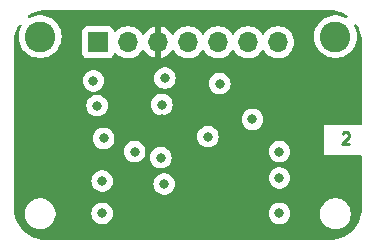
<source format=gbr>
%TF.GenerationSoftware,KiCad,Pcbnew,8.0.5*%
%TF.CreationDate,2024-10-27T10:59:05-07:00*%
%TF.ProjectId,bme688-ezzat-suhaime,626d6536-3838-42d6-957a-7a61742d7375,rev?*%
%TF.SameCoordinates,Original*%
%TF.FileFunction,Copper,L2,Inr*%
%TF.FilePolarity,Positive*%
%FSLAX46Y46*%
G04 Gerber Fmt 4.6, Leading zero omitted, Abs format (unit mm)*
G04 Created by KiCad (PCBNEW 8.0.5) date 2024-10-27 10:59:05*
%MOMM*%
%LPD*%
G01*
G04 APERTURE LIST*
%ADD10C,0.250000*%
%TA.AperFunction,NonConductor*%
%ADD11C,0.250000*%
%TD*%
%TA.AperFunction,ComponentPad*%
%ADD12C,2.600000*%
%TD*%
%TA.AperFunction,ComponentPad*%
%ADD13R,1.700000X1.700000*%
%TD*%
%TA.AperFunction,ComponentPad*%
%ADD14O,1.700000X1.700000*%
%TD*%
%TA.AperFunction,ViaPad*%
%ADD15C,0.800000*%
%TD*%
G04 APERTURE END LIST*
D10*
D11*
X240104949Y-97709857D02*
X240152568Y-97662238D01*
X240152568Y-97662238D02*
X240247806Y-97614619D01*
X240247806Y-97614619D02*
X240485901Y-97614619D01*
X240485901Y-97614619D02*
X240581139Y-97662238D01*
X240581139Y-97662238D02*
X240628758Y-97709857D01*
X240628758Y-97709857D02*
X240676377Y-97805095D01*
X240676377Y-97805095D02*
X240676377Y-97900333D01*
X240676377Y-97900333D02*
X240628758Y-98043190D01*
X240628758Y-98043190D02*
X240057330Y-98614619D01*
X240057330Y-98614619D02*
X240676377Y-98614619D01*
D12*
%TO.N,unconnected-(H1-Pad1)_2*%
%TO.C,H1*%
X214500000Y-89500000D03*
%TD*%
D13*
%TO.N,VCC*%
%TO.C,J1*%
X219400000Y-89975000D03*
D14*
%TO.N,+3.3V*%
X221940000Y-89975000D03*
%TO.N,GND*%
X224480000Y-89975000D03*
%TO.N,/SCK{slash}SCL*%
X227020000Y-89975000D03*
%TO.N,/SDO{slash}ADR*%
X229560000Y-89975000D03*
%TO.N,/SDI{slash}SDA*%
X232100000Y-89975000D03*
%TO.N,/CS*%
X234640000Y-89975000D03*
%TD*%
D12*
%TO.N,unconnected-(H2-Pad1)*%
%TO.C,H2*%
X239500000Y-89500000D03*
%TD*%
D15*
%TO.N,GND*%
X235750000Y-92500000D03*
X240500000Y-92750000D03*
X213562500Y-92750000D03*
X232500000Y-102725000D03*
X213562500Y-101250000D03*
X226500000Y-97975000D03*
X240500000Y-101250000D03*
X224795200Y-96500000D03*
X230260100Y-100214900D03*
X225000000Y-104475000D03*
%TO.N,VCC*%
X225000000Y-101975000D03*
X234750000Y-99250000D03*
X219875000Y-98125000D03*
%TO.N,+3.3V*%
X219750000Y-104475000D03*
X219004800Y-93250000D03*
X234750000Y-101475000D03*
X229700000Y-93475000D03*
X224795200Y-95250000D03*
X219750000Y-101725000D03*
X234750000Y-104475000D03*
X228700000Y-97975000D03*
%TO.N,/SDI{slash}SDA*%
X222500000Y-99250000D03*
X232469669Y-96505331D03*
%TO.N,/SCK{slash}SCL*%
X224714341Y-99750000D03*
X219317300Y-95347600D03*
%TO.N,/SDO{slash}ADR*%
X225061139Y-93025000D03*
%TD*%
%TA.AperFunction,Conductor*%
%TO.N,GND*%
G36*
X239003471Y-87254695D02*
G01*
X239039829Y-87256736D01*
X239300454Y-87271373D01*
X239314253Y-87272927D01*
X239604064Y-87322168D01*
X239617620Y-87325262D01*
X239900092Y-87406641D01*
X239913218Y-87411234D01*
X240184800Y-87523727D01*
X240197314Y-87529753D01*
X240394633Y-87638808D01*
X240454598Y-87671950D01*
X240466372Y-87679348D01*
X240490206Y-87696259D01*
X240533490Y-87751107D01*
X240540250Y-87820649D01*
X240508340Y-87882806D01*
X240447890Y-87917844D01*
X240378094Y-87914638D01*
X240364650Y-87909109D01*
X240162574Y-87811795D01*
X240162576Y-87811795D01*
X239903559Y-87731899D01*
X239903553Y-87731897D01*
X239635535Y-87691500D01*
X239635528Y-87691500D01*
X239364472Y-87691500D01*
X239364464Y-87691500D01*
X239096446Y-87731897D01*
X239096440Y-87731899D01*
X238837427Y-87811794D01*
X238593219Y-87929398D01*
X238369256Y-88082093D01*
X238170560Y-88266456D01*
X238170558Y-88266458D01*
X238001557Y-88478379D01*
X237866029Y-88713120D01*
X237767003Y-88965435D01*
X237766997Y-88965454D01*
X237706684Y-89229705D01*
X237706683Y-89229710D01*
X237686429Y-89499995D01*
X237686429Y-89500004D01*
X237706683Y-89770289D01*
X237706684Y-89770294D01*
X237766997Y-90034545D01*
X237766999Y-90034554D01*
X237767001Y-90034559D01*
X237866029Y-90286879D01*
X238001557Y-90521621D01*
X238170558Y-90733542D01*
X238369257Y-90917907D01*
X238593215Y-91070599D01*
X238837428Y-91188206D01*
X239096442Y-91268101D01*
X239096443Y-91268101D01*
X239096446Y-91268102D01*
X239364464Y-91308499D01*
X239364469Y-91308499D01*
X239364472Y-91308500D01*
X239364473Y-91308500D01*
X239635527Y-91308500D01*
X239635528Y-91308500D01*
X239654543Y-91305634D01*
X239903553Y-91268102D01*
X239903554Y-91268101D01*
X239903558Y-91268101D01*
X240162572Y-91188206D01*
X240406786Y-91070599D01*
X240630743Y-90917907D01*
X240829442Y-90733542D01*
X240998443Y-90521621D01*
X241133971Y-90286879D01*
X241232999Y-90034559D01*
X241293315Y-89770299D01*
X241313571Y-89500000D01*
X241312835Y-89490185D01*
X241293316Y-89229710D01*
X241293315Y-89229705D01*
X241293315Y-89229701D01*
X241232999Y-88965441D01*
X241133971Y-88713121D01*
X241087599Y-88632803D01*
X241071127Y-88564904D01*
X241093979Y-88498877D01*
X241148901Y-88455686D01*
X241218454Y-88449045D01*
X241280557Y-88481061D01*
X241296117Y-88499050D01*
X241320651Y-88533628D01*
X241328049Y-88545401D01*
X241470242Y-88802678D01*
X241476275Y-88815206D01*
X241588765Y-89086782D01*
X241593358Y-89099907D01*
X241674737Y-89382379D01*
X241677831Y-89395936D01*
X241727070Y-89685735D01*
X241728627Y-89699553D01*
X241745305Y-89996527D01*
X241745500Y-90003480D01*
X241745500Y-96876000D01*
X241725815Y-96943039D01*
X241673011Y-96988794D01*
X241621500Y-97000000D01*
X241392990Y-97000000D01*
X241325951Y-96980315D01*
X241318963Y-96974684D01*
X241316312Y-96974684D01*
X239418830Y-96974684D01*
X239409683Y-96974684D01*
X239368510Y-96997166D01*
X239342152Y-97000000D01*
X238500000Y-97000000D01*
X238500000Y-99500000D01*
X241621500Y-99500000D01*
X241688539Y-99519685D01*
X241734294Y-99572489D01*
X241745500Y-99624000D01*
X241745500Y-103996519D01*
X241745305Y-104003472D01*
X241728627Y-104300446D01*
X241727070Y-104314264D01*
X241677831Y-104604063D01*
X241674737Y-104617620D01*
X241593358Y-104900092D01*
X241588765Y-104913217D01*
X241476275Y-105184793D01*
X241470242Y-105197321D01*
X241328049Y-105454598D01*
X241320651Y-105466372D01*
X241150548Y-105706110D01*
X241141878Y-105716982D01*
X240946002Y-105936169D01*
X240936169Y-105946002D01*
X240716982Y-106141878D01*
X240706110Y-106150548D01*
X240466372Y-106320651D01*
X240454598Y-106328049D01*
X240197321Y-106470242D01*
X240184793Y-106476275D01*
X239913217Y-106588765D01*
X239900092Y-106593358D01*
X239617620Y-106674737D01*
X239604063Y-106677831D01*
X239314264Y-106727070D01*
X239300446Y-106728627D01*
X239003472Y-106745305D01*
X238996519Y-106745500D01*
X215003481Y-106745500D01*
X214996528Y-106745305D01*
X214699553Y-106728627D01*
X214685735Y-106727070D01*
X214395936Y-106677831D01*
X214382379Y-106674737D01*
X214099907Y-106593358D01*
X214086782Y-106588765D01*
X213815206Y-106476275D01*
X213802678Y-106470242D01*
X213545401Y-106328049D01*
X213533627Y-106320651D01*
X213293889Y-106150548D01*
X213283017Y-106141878D01*
X213063830Y-105946002D01*
X213053997Y-105936169D01*
X212858121Y-105716982D01*
X212849451Y-105706110D01*
X212679348Y-105466372D01*
X212671950Y-105454598D01*
X212529757Y-105197321D01*
X212523727Y-105184800D01*
X212411234Y-104913217D01*
X212406641Y-104900092D01*
X212325262Y-104617620D01*
X212322168Y-104604063D01*
X212306155Y-104509815D01*
X212287054Y-104397397D01*
X213196300Y-104397397D01*
X213196300Y-104602603D01*
X213206172Y-104664931D01*
X213228402Y-104805285D01*
X213228402Y-104805288D01*
X213291812Y-105000444D01*
X213291813Y-105000447D01*
X213369984Y-105153864D01*
X213384976Y-105183288D01*
X213505594Y-105349303D01*
X213650697Y-105494406D01*
X213816712Y-105615024D01*
X213906390Y-105660717D01*
X213999552Y-105708186D01*
X213999555Y-105708187D01*
X214026624Y-105716982D01*
X214194716Y-105771598D01*
X214397397Y-105803700D01*
X214397398Y-105803700D01*
X214602602Y-105803700D01*
X214602603Y-105803700D01*
X214805284Y-105771598D01*
X214805287Y-105771597D01*
X214805288Y-105771597D01*
X215000444Y-105708187D01*
X215000447Y-105708186D01*
X215004521Y-105706110D01*
X215183288Y-105615024D01*
X215349303Y-105494406D01*
X215494406Y-105349303D01*
X215615024Y-105183288D01*
X215708186Y-105000447D01*
X215771598Y-104805284D01*
X215803700Y-104602603D01*
X215803700Y-104475000D01*
X218836496Y-104475000D01*
X218856458Y-104664928D01*
X218856459Y-104664931D01*
X218915470Y-104846549D01*
X218915473Y-104846556D01*
X219010960Y-105011944D01*
X219138747Y-105153866D01*
X219293248Y-105266118D01*
X219467712Y-105343794D01*
X219654513Y-105383500D01*
X219845487Y-105383500D01*
X220032288Y-105343794D01*
X220206752Y-105266118D01*
X220361253Y-105153866D01*
X220489040Y-105011944D01*
X220584527Y-104846556D01*
X220643542Y-104664928D01*
X220663504Y-104475000D01*
X233836496Y-104475000D01*
X233856458Y-104664928D01*
X233856459Y-104664931D01*
X233915470Y-104846549D01*
X233915473Y-104846556D01*
X234010960Y-105011944D01*
X234138747Y-105153866D01*
X234293248Y-105266118D01*
X234467712Y-105343794D01*
X234654513Y-105383500D01*
X234845487Y-105383500D01*
X235032288Y-105343794D01*
X235206752Y-105266118D01*
X235361253Y-105153866D01*
X235489040Y-105011944D01*
X235584527Y-104846556D01*
X235643542Y-104664928D01*
X235663504Y-104475000D01*
X235655348Y-104397397D01*
X238196300Y-104397397D01*
X238196300Y-104602603D01*
X238206172Y-104664931D01*
X238228402Y-104805285D01*
X238228402Y-104805288D01*
X238291812Y-105000444D01*
X238291813Y-105000447D01*
X238369984Y-105153864D01*
X238384976Y-105183288D01*
X238505594Y-105349303D01*
X238650697Y-105494406D01*
X238816712Y-105615024D01*
X238906390Y-105660717D01*
X238999552Y-105708186D01*
X238999555Y-105708187D01*
X239026624Y-105716982D01*
X239194716Y-105771598D01*
X239397397Y-105803700D01*
X239397398Y-105803700D01*
X239602602Y-105803700D01*
X239602603Y-105803700D01*
X239805284Y-105771598D01*
X239805287Y-105771597D01*
X239805288Y-105771597D01*
X240000444Y-105708187D01*
X240000447Y-105708186D01*
X240004521Y-105706110D01*
X240183288Y-105615024D01*
X240349303Y-105494406D01*
X240494406Y-105349303D01*
X240615024Y-105183288D01*
X240708186Y-105000447D01*
X240771598Y-104805284D01*
X240803700Y-104602603D01*
X240803700Y-104397397D01*
X240771598Y-104194716D01*
X240771597Y-104194712D01*
X240771597Y-104194711D01*
X240708187Y-103999555D01*
X240708186Y-103999552D01*
X240615023Y-103816711D01*
X240494406Y-103650697D01*
X240349303Y-103505594D01*
X240183288Y-103384976D01*
X240000447Y-103291813D01*
X240000444Y-103291812D01*
X239805286Y-103228402D01*
X239670163Y-103207000D01*
X239602603Y-103196300D01*
X239397397Y-103196300D01*
X239329836Y-103207000D01*
X239194714Y-103228402D01*
X239194711Y-103228402D01*
X238999555Y-103291812D01*
X238999552Y-103291813D01*
X238816711Y-103384976D01*
X238650695Y-103505595D01*
X238505595Y-103650695D01*
X238384976Y-103816711D01*
X238291813Y-103999552D01*
X238291812Y-103999555D01*
X238228402Y-104194711D01*
X238228402Y-104194714D01*
X238228402Y-104194716D01*
X238196300Y-104397397D01*
X235655348Y-104397397D01*
X235643542Y-104285072D01*
X235584527Y-104103444D01*
X235489040Y-103938056D01*
X235361253Y-103796134D01*
X235206752Y-103683882D01*
X235032288Y-103606206D01*
X235032286Y-103606205D01*
X234845487Y-103566500D01*
X234654513Y-103566500D01*
X234467714Y-103606205D01*
X234293246Y-103683883D01*
X234138745Y-103796135D01*
X234010959Y-103938057D01*
X233915473Y-104103443D01*
X233915470Y-104103450D01*
X233856459Y-104285068D01*
X233856458Y-104285072D01*
X233836496Y-104475000D01*
X220663504Y-104475000D01*
X220643542Y-104285072D01*
X220584527Y-104103444D01*
X220489040Y-103938056D01*
X220361253Y-103796134D01*
X220206752Y-103683882D01*
X220032288Y-103606206D01*
X220032286Y-103606205D01*
X219845487Y-103566500D01*
X219654513Y-103566500D01*
X219467714Y-103606205D01*
X219293246Y-103683883D01*
X219138745Y-103796135D01*
X219010959Y-103938057D01*
X218915473Y-104103443D01*
X218915470Y-104103450D01*
X218856459Y-104285068D01*
X218856458Y-104285072D01*
X218836496Y-104475000D01*
X215803700Y-104475000D01*
X215803700Y-104397397D01*
X215771598Y-104194716D01*
X215771597Y-104194712D01*
X215771597Y-104194711D01*
X215708187Y-103999555D01*
X215708186Y-103999552D01*
X215615023Y-103816711D01*
X215494406Y-103650697D01*
X215349303Y-103505594D01*
X215183288Y-103384976D01*
X215000447Y-103291813D01*
X215000444Y-103291812D01*
X214805286Y-103228402D01*
X214670163Y-103207000D01*
X214602603Y-103196300D01*
X214397397Y-103196300D01*
X214329836Y-103207000D01*
X214194714Y-103228402D01*
X214194711Y-103228402D01*
X213999555Y-103291812D01*
X213999552Y-103291813D01*
X213816711Y-103384976D01*
X213650695Y-103505595D01*
X213505595Y-103650695D01*
X213384976Y-103816711D01*
X213291813Y-103999552D01*
X213291812Y-103999555D01*
X213228402Y-104194711D01*
X213228402Y-104194714D01*
X213228402Y-104194716D01*
X213196300Y-104397397D01*
X212287054Y-104397397D01*
X212272927Y-104314253D01*
X212271373Y-104300454D01*
X212254695Y-104003471D01*
X212254500Y-103996519D01*
X212254500Y-101725000D01*
X218836496Y-101725000D01*
X218856458Y-101914928D01*
X218856459Y-101914931D01*
X218915470Y-102096549D01*
X218915473Y-102096556D01*
X219010960Y-102261944D01*
X219138747Y-102403866D01*
X219293248Y-102516118D01*
X219467712Y-102593794D01*
X219654513Y-102633500D01*
X219845487Y-102633500D01*
X220032288Y-102593794D01*
X220206752Y-102516118D01*
X220361253Y-102403866D01*
X220489040Y-102261944D01*
X220584527Y-102096556D01*
X220624023Y-101975000D01*
X224086496Y-101975000D01*
X224106458Y-102164928D01*
X224106459Y-102164931D01*
X224165470Y-102346549D01*
X224165473Y-102346556D01*
X224260960Y-102511944D01*
X224388747Y-102653866D01*
X224543248Y-102766118D01*
X224717712Y-102843794D01*
X224904513Y-102883500D01*
X225095487Y-102883500D01*
X225282288Y-102843794D01*
X225456752Y-102766118D01*
X225611253Y-102653866D01*
X225739040Y-102511944D01*
X225834527Y-102346556D01*
X225893542Y-102164928D01*
X225913504Y-101975000D01*
X225893542Y-101785072D01*
X225834527Y-101603444D01*
X225760370Y-101475000D01*
X233836496Y-101475000D01*
X233856458Y-101664928D01*
X233856459Y-101664931D01*
X233915470Y-101846549D01*
X233915473Y-101846556D01*
X234010960Y-102011944D01*
X234138747Y-102153866D01*
X234293248Y-102266118D01*
X234467712Y-102343794D01*
X234654513Y-102383500D01*
X234845487Y-102383500D01*
X235032288Y-102343794D01*
X235206752Y-102266118D01*
X235361253Y-102153866D01*
X235489040Y-102011944D01*
X235584527Y-101846556D01*
X235643542Y-101664928D01*
X235663504Y-101475000D01*
X235643542Y-101285072D01*
X235584527Y-101103444D01*
X235489040Y-100938056D01*
X235361253Y-100796134D01*
X235206752Y-100683882D01*
X235032288Y-100606206D01*
X235032286Y-100606205D01*
X234845487Y-100566500D01*
X234654513Y-100566500D01*
X234467714Y-100606205D01*
X234293246Y-100683883D01*
X234138745Y-100796135D01*
X234010959Y-100938057D01*
X233915473Y-101103443D01*
X233915470Y-101103450D01*
X233887980Y-101188057D01*
X233856458Y-101285072D01*
X233836496Y-101475000D01*
X225760370Y-101475000D01*
X225739040Y-101438056D01*
X225611253Y-101296134D01*
X225456752Y-101183882D01*
X225282288Y-101106206D01*
X225282286Y-101106205D01*
X225095487Y-101066500D01*
X224904513Y-101066500D01*
X224717714Y-101106205D01*
X224543246Y-101183883D01*
X224388745Y-101296135D01*
X224260959Y-101438057D01*
X224165473Y-101603443D01*
X224165470Y-101603450D01*
X224106459Y-101785068D01*
X224106458Y-101785072D01*
X224086496Y-101975000D01*
X220624023Y-101975000D01*
X220643542Y-101914928D01*
X220663504Y-101725000D01*
X220643542Y-101535072D01*
X220584527Y-101353444D01*
X220489040Y-101188056D01*
X220361253Y-101046134D01*
X220206752Y-100933882D01*
X220032288Y-100856206D01*
X220032286Y-100856205D01*
X219845487Y-100816500D01*
X219654513Y-100816500D01*
X219467714Y-100856205D01*
X219293246Y-100933883D01*
X219138745Y-101046135D01*
X219010959Y-101188057D01*
X218915473Y-101353443D01*
X218915470Y-101353450D01*
X218856459Y-101535068D01*
X218856458Y-101535072D01*
X218836496Y-101725000D01*
X212254500Y-101725000D01*
X212254500Y-99250000D01*
X221586496Y-99250000D01*
X221606458Y-99439928D01*
X221606459Y-99439931D01*
X221665470Y-99621549D01*
X221665473Y-99621556D01*
X221760960Y-99786944D01*
X221888747Y-99928866D01*
X222043248Y-100041118D01*
X222217712Y-100118794D01*
X222404513Y-100158500D01*
X222595487Y-100158500D01*
X222782288Y-100118794D01*
X222956752Y-100041118D01*
X223111253Y-99928866D01*
X223239040Y-99786944D01*
X223260370Y-99750000D01*
X223800837Y-99750000D01*
X223820799Y-99939928D01*
X223820800Y-99939931D01*
X223879811Y-100121549D01*
X223879814Y-100121556D01*
X223975301Y-100286944D01*
X224103088Y-100428866D01*
X224257589Y-100541118D01*
X224432053Y-100618794D01*
X224618854Y-100658500D01*
X224809828Y-100658500D01*
X224996629Y-100618794D01*
X225171093Y-100541118D01*
X225325594Y-100428866D01*
X225453381Y-100286944D01*
X225548868Y-100121556D01*
X225607883Y-99939928D01*
X225627845Y-99750000D01*
X225607883Y-99560072D01*
X225548868Y-99378444D01*
X225474711Y-99250000D01*
X233836496Y-99250000D01*
X233856458Y-99439928D01*
X233856459Y-99439931D01*
X233915470Y-99621549D01*
X233915473Y-99621556D01*
X234010960Y-99786944D01*
X234138747Y-99928866D01*
X234293248Y-100041118D01*
X234467712Y-100118794D01*
X234654513Y-100158500D01*
X234845487Y-100158500D01*
X235032288Y-100118794D01*
X235206752Y-100041118D01*
X235361253Y-99928866D01*
X235489040Y-99786944D01*
X235584527Y-99621556D01*
X235643542Y-99439928D01*
X235663504Y-99250000D01*
X235643542Y-99060072D01*
X235584527Y-98878444D01*
X235489040Y-98713056D01*
X235361253Y-98571134D01*
X235206752Y-98458882D01*
X235032288Y-98381206D01*
X235032286Y-98381205D01*
X234845487Y-98341500D01*
X234654513Y-98341500D01*
X234467714Y-98381205D01*
X234293246Y-98458883D01*
X234138745Y-98571135D01*
X234010959Y-98713057D01*
X233915473Y-98878443D01*
X233915470Y-98878450D01*
X233856459Y-99060068D01*
X233856458Y-99060072D01*
X233836496Y-99250000D01*
X225474711Y-99250000D01*
X225453381Y-99213056D01*
X225325594Y-99071134D01*
X225171093Y-98958882D01*
X224996629Y-98881206D01*
X224996627Y-98881205D01*
X224809828Y-98841500D01*
X224618854Y-98841500D01*
X224432055Y-98881205D01*
X224257587Y-98958883D01*
X224103086Y-99071135D01*
X223975300Y-99213057D01*
X223879814Y-99378443D01*
X223879811Y-99378450D01*
X223820800Y-99560068D01*
X223820799Y-99560072D01*
X223800837Y-99750000D01*
X223260370Y-99750000D01*
X223334527Y-99621556D01*
X223393542Y-99439928D01*
X223413504Y-99250000D01*
X223393542Y-99060072D01*
X223334527Y-98878444D01*
X223239040Y-98713056D01*
X223111253Y-98571134D01*
X222956752Y-98458882D01*
X222782288Y-98381206D01*
X222782286Y-98381205D01*
X222595487Y-98341500D01*
X222404513Y-98341500D01*
X222217714Y-98381205D01*
X222043246Y-98458883D01*
X221888745Y-98571135D01*
X221760959Y-98713057D01*
X221665473Y-98878443D01*
X221665470Y-98878450D01*
X221606459Y-99060068D01*
X221606458Y-99060072D01*
X221586496Y-99250000D01*
X212254500Y-99250000D01*
X212254500Y-98125000D01*
X218961496Y-98125000D01*
X218981458Y-98314928D01*
X218981459Y-98314931D01*
X219040470Y-98496549D01*
X219040473Y-98496556D01*
X219135960Y-98661944D01*
X219263747Y-98803866D01*
X219418248Y-98916118D01*
X219592712Y-98993794D01*
X219779513Y-99033500D01*
X219970487Y-99033500D01*
X220157288Y-98993794D01*
X220331752Y-98916118D01*
X220486253Y-98803866D01*
X220614040Y-98661944D01*
X220709527Y-98496556D01*
X220768542Y-98314928D01*
X220788504Y-98125000D01*
X220772739Y-97975000D01*
X227786496Y-97975000D01*
X227806458Y-98164928D01*
X227806459Y-98164931D01*
X227865470Y-98346549D01*
X227865473Y-98346556D01*
X227960960Y-98511944D01*
X228088747Y-98653866D01*
X228243248Y-98766118D01*
X228417712Y-98843794D01*
X228604513Y-98883500D01*
X228795487Y-98883500D01*
X228982288Y-98843794D01*
X229156752Y-98766118D01*
X229311253Y-98653866D01*
X229439040Y-98511944D01*
X229534527Y-98346556D01*
X229593542Y-98164928D01*
X229613504Y-97975000D01*
X229593542Y-97785072D01*
X229534527Y-97603444D01*
X229439040Y-97438056D01*
X229311253Y-97296134D01*
X229156752Y-97183882D01*
X228982288Y-97106206D01*
X228982286Y-97106205D01*
X228795487Y-97066500D01*
X228604513Y-97066500D01*
X228417714Y-97106205D01*
X228243246Y-97183883D01*
X228088745Y-97296135D01*
X227960959Y-97438057D01*
X227865473Y-97603443D01*
X227865470Y-97603450D01*
X227806459Y-97785068D01*
X227806458Y-97785072D01*
X227786496Y-97975000D01*
X220772739Y-97975000D01*
X220768542Y-97935072D01*
X220709527Y-97753444D01*
X220614040Y-97588056D01*
X220486253Y-97446134D01*
X220331752Y-97333882D01*
X220157288Y-97256206D01*
X220157286Y-97256205D01*
X219970487Y-97216500D01*
X219779513Y-97216500D01*
X219592714Y-97256205D01*
X219418246Y-97333883D01*
X219263745Y-97446135D01*
X219135959Y-97588057D01*
X219040473Y-97753443D01*
X219040470Y-97753450D01*
X218981459Y-97935068D01*
X218981458Y-97935072D01*
X218961496Y-98125000D01*
X212254500Y-98125000D01*
X212254500Y-96505331D01*
X231556165Y-96505331D01*
X231576127Y-96695259D01*
X231576128Y-96695262D01*
X231635139Y-96876880D01*
X231635142Y-96876887D01*
X231730629Y-97042275D01*
X231858416Y-97184197D01*
X232012917Y-97296449D01*
X232187381Y-97374125D01*
X232374182Y-97413831D01*
X232565156Y-97413831D01*
X232751957Y-97374125D01*
X232926421Y-97296449D01*
X233080922Y-97184197D01*
X233208709Y-97042275D01*
X233304196Y-96876887D01*
X233363211Y-96695259D01*
X233383173Y-96505331D01*
X233363211Y-96315403D01*
X233304196Y-96133775D01*
X233208709Y-95968387D01*
X233080922Y-95826465D01*
X232926421Y-95714213D01*
X232751957Y-95636537D01*
X232751955Y-95636536D01*
X232565156Y-95596831D01*
X232374182Y-95596831D01*
X232187383Y-95636536D01*
X232012915Y-95714214D01*
X231858414Y-95826466D01*
X231730628Y-95968388D01*
X231635142Y-96133774D01*
X231635139Y-96133781D01*
X231576128Y-96315399D01*
X231576127Y-96315403D01*
X231556165Y-96505331D01*
X212254500Y-96505331D01*
X212254500Y-95347600D01*
X218403796Y-95347600D01*
X218423758Y-95537528D01*
X218423759Y-95537531D01*
X218482770Y-95719149D01*
X218482773Y-95719156D01*
X218578260Y-95884544D01*
X218706047Y-96026466D01*
X218860548Y-96138718D01*
X219035012Y-96216394D01*
X219221813Y-96256100D01*
X219412787Y-96256100D01*
X219599588Y-96216394D01*
X219774052Y-96138718D01*
X219928553Y-96026466D01*
X220056340Y-95884544D01*
X220151827Y-95719156D01*
X220210842Y-95537528D01*
X220230804Y-95347600D01*
X220220546Y-95250000D01*
X223881696Y-95250000D01*
X223901658Y-95439928D01*
X223901659Y-95439931D01*
X223960670Y-95621549D01*
X223960673Y-95621556D01*
X224056160Y-95786944D01*
X224183947Y-95928866D01*
X224338448Y-96041118D01*
X224512912Y-96118794D01*
X224699713Y-96158500D01*
X224890687Y-96158500D01*
X225077488Y-96118794D01*
X225251952Y-96041118D01*
X225406453Y-95928866D01*
X225534240Y-95786944D01*
X225629727Y-95621556D01*
X225688742Y-95439928D01*
X225708704Y-95250000D01*
X225688742Y-95060072D01*
X225629727Y-94878444D01*
X225534240Y-94713056D01*
X225406453Y-94571134D01*
X225251952Y-94458882D01*
X225077488Y-94381206D01*
X225077486Y-94381205D01*
X224890687Y-94341500D01*
X224699713Y-94341500D01*
X224512914Y-94381205D01*
X224338446Y-94458883D01*
X224183945Y-94571135D01*
X224056159Y-94713057D01*
X223960673Y-94878443D01*
X223960670Y-94878450D01*
X223901659Y-95060068D01*
X223901658Y-95060072D01*
X223881696Y-95250000D01*
X220220546Y-95250000D01*
X220210842Y-95157672D01*
X220151827Y-94976044D01*
X220056340Y-94810656D01*
X219928553Y-94668734D01*
X219774052Y-94556482D01*
X219599588Y-94478806D01*
X219599586Y-94478805D01*
X219412787Y-94439100D01*
X219221813Y-94439100D01*
X219035014Y-94478805D01*
X218860546Y-94556483D01*
X218706045Y-94668735D01*
X218578259Y-94810657D01*
X218482773Y-94976043D01*
X218482770Y-94976050D01*
X218455470Y-95060072D01*
X218423758Y-95157672D01*
X218403796Y-95347600D01*
X212254500Y-95347600D01*
X212254500Y-93250000D01*
X218091296Y-93250000D01*
X218111258Y-93439928D01*
X218111259Y-93439931D01*
X218170270Y-93621549D01*
X218170273Y-93621556D01*
X218265760Y-93786944D01*
X218393547Y-93928866D01*
X218548048Y-94041118D01*
X218722512Y-94118794D01*
X218909313Y-94158500D01*
X219100287Y-94158500D01*
X219287088Y-94118794D01*
X219461552Y-94041118D01*
X219616053Y-93928866D01*
X219743840Y-93786944D01*
X219839327Y-93621556D01*
X219898342Y-93439928D01*
X219918304Y-93250000D01*
X219898342Y-93060072D01*
X219886946Y-93025000D01*
X224147635Y-93025000D01*
X224167597Y-93214928D01*
X224167598Y-93214931D01*
X224226609Y-93396549D01*
X224226612Y-93396556D01*
X224322099Y-93561944D01*
X224449886Y-93703866D01*
X224604387Y-93816118D01*
X224778851Y-93893794D01*
X224965652Y-93933500D01*
X225156626Y-93933500D01*
X225343427Y-93893794D01*
X225517891Y-93816118D01*
X225672392Y-93703866D01*
X225800179Y-93561944D01*
X225850376Y-93475000D01*
X228786496Y-93475000D01*
X228806458Y-93664928D01*
X228806459Y-93664931D01*
X228865470Y-93846549D01*
X228865473Y-93846556D01*
X228960960Y-94011944D01*
X229088747Y-94153866D01*
X229243248Y-94266118D01*
X229417712Y-94343794D01*
X229604513Y-94383500D01*
X229795487Y-94383500D01*
X229982288Y-94343794D01*
X230156752Y-94266118D01*
X230311253Y-94153866D01*
X230439040Y-94011944D01*
X230534527Y-93846556D01*
X230593542Y-93664928D01*
X230613504Y-93475000D01*
X230593542Y-93285072D01*
X230534527Y-93103444D01*
X230439040Y-92938056D01*
X230311253Y-92796134D01*
X230156752Y-92683882D01*
X229982288Y-92606206D01*
X229982286Y-92606205D01*
X229795487Y-92566500D01*
X229604513Y-92566500D01*
X229417714Y-92606205D01*
X229243246Y-92683883D01*
X229088745Y-92796135D01*
X228960959Y-92938057D01*
X228865473Y-93103443D01*
X228865470Y-93103450D01*
X228806459Y-93285068D01*
X228806458Y-93285072D01*
X228786496Y-93475000D01*
X225850376Y-93475000D01*
X225895666Y-93396556D01*
X225954681Y-93214928D01*
X225974643Y-93025000D01*
X225954681Y-92835072D01*
X225895666Y-92653444D01*
X225800179Y-92488056D01*
X225672392Y-92346134D01*
X225517891Y-92233882D01*
X225343427Y-92156206D01*
X225343425Y-92156205D01*
X225156626Y-92116500D01*
X224965652Y-92116500D01*
X224778853Y-92156205D01*
X224604385Y-92233883D01*
X224449884Y-92346135D01*
X224322098Y-92488057D01*
X224226612Y-92653443D01*
X224226609Y-92653450D01*
X224167598Y-92835068D01*
X224167597Y-92835072D01*
X224147635Y-93025000D01*
X219886946Y-93025000D01*
X219839327Y-92878444D01*
X219743840Y-92713056D01*
X219616053Y-92571134D01*
X219461552Y-92458882D01*
X219287088Y-92381206D01*
X219287086Y-92381205D01*
X219100287Y-92341500D01*
X218909313Y-92341500D01*
X218722514Y-92381205D01*
X218548046Y-92458883D01*
X218393545Y-92571135D01*
X218265759Y-92713057D01*
X218170273Y-92878443D01*
X218170270Y-92878450D01*
X218111259Y-93060068D01*
X218111258Y-93060072D01*
X218091296Y-93250000D01*
X212254500Y-93250000D01*
X212254500Y-90003480D01*
X212254695Y-89996528D01*
X212257343Y-89949377D01*
X212271373Y-89699543D01*
X212272927Y-89685747D01*
X212322169Y-89395931D01*
X212325262Y-89382379D01*
X212341215Y-89327007D01*
X212406642Y-89099903D01*
X212411234Y-89086782D01*
X212523730Y-88815191D01*
X212529749Y-88802692D01*
X212671953Y-88545395D01*
X212679348Y-88533628D01*
X212703882Y-88499050D01*
X212758729Y-88455765D01*
X212828271Y-88449005D01*
X212890428Y-88480915D01*
X212925467Y-88541364D01*
X212922261Y-88611160D01*
X212912400Y-88632803D01*
X212866028Y-88713122D01*
X212767003Y-88965435D01*
X212766997Y-88965454D01*
X212706684Y-89229705D01*
X212706683Y-89229710D01*
X212686429Y-89499995D01*
X212686429Y-89500004D01*
X212706683Y-89770289D01*
X212706684Y-89770294D01*
X212766997Y-90034545D01*
X212766999Y-90034554D01*
X212767001Y-90034559D01*
X212866029Y-90286879D01*
X213001557Y-90521621D01*
X213170558Y-90733542D01*
X213369257Y-90917907D01*
X213593215Y-91070599D01*
X213837428Y-91188206D01*
X214096442Y-91268101D01*
X214096443Y-91268101D01*
X214096446Y-91268102D01*
X214364464Y-91308499D01*
X214364469Y-91308499D01*
X214364472Y-91308500D01*
X214364473Y-91308500D01*
X214635527Y-91308500D01*
X214635528Y-91308500D01*
X214654543Y-91305634D01*
X214903553Y-91268102D01*
X214903554Y-91268101D01*
X214903558Y-91268101D01*
X215162572Y-91188206D01*
X215406786Y-91070599D01*
X215630743Y-90917907D01*
X215829442Y-90733542D01*
X215998443Y-90521621D01*
X216133971Y-90286879D01*
X216232999Y-90034559D01*
X216293315Y-89770299D01*
X216313571Y-89500000D01*
X216312835Y-89490185D01*
X216293316Y-89229710D01*
X216293315Y-89229705D01*
X216293315Y-89229701D01*
X216258312Y-89076345D01*
X218041500Y-89076345D01*
X218041500Y-90873654D01*
X218048011Y-90934202D01*
X218048011Y-90934204D01*
X218098885Y-91070599D01*
X218099111Y-91071204D01*
X218186739Y-91188261D01*
X218303796Y-91275889D01*
X218440799Y-91326989D01*
X218468050Y-91329918D01*
X218501345Y-91333499D01*
X218501362Y-91333500D01*
X220298638Y-91333500D01*
X220298654Y-91333499D01*
X220325692Y-91330591D01*
X220359201Y-91326989D01*
X220496204Y-91275889D01*
X220613261Y-91188261D01*
X220700889Y-91071204D01*
X220746138Y-90949887D01*
X220788009Y-90893956D01*
X220853474Y-90869539D01*
X220921746Y-90884391D01*
X220953545Y-90909236D01*
X221016760Y-90977906D01*
X221194424Y-91116189D01*
X221194425Y-91116189D01*
X221194427Y-91116191D01*
X221254314Y-91148600D01*
X221392426Y-91223342D01*
X221605365Y-91296444D01*
X221827431Y-91333500D01*
X222052569Y-91333500D01*
X222274635Y-91296444D01*
X222487574Y-91223342D01*
X222685576Y-91116189D01*
X222863240Y-90977906D01*
X222984594Y-90846082D01*
X223015715Y-90812276D01*
X223015715Y-90812275D01*
X223015722Y-90812268D01*
X223109749Y-90668347D01*
X223162894Y-90622994D01*
X223232125Y-90613570D01*
X223295461Y-90643072D01*
X223315130Y-90665048D01*
X223441890Y-90846078D01*
X223608917Y-91013105D01*
X223802421Y-91148600D01*
X224016507Y-91248429D01*
X224016516Y-91248433D01*
X224230000Y-91305634D01*
X224230000Y-90408012D01*
X224287007Y-90440925D01*
X224414174Y-90475000D01*
X224545826Y-90475000D01*
X224672993Y-90440925D01*
X224730000Y-90408012D01*
X224730000Y-91305633D01*
X224943483Y-91248433D01*
X224943492Y-91248429D01*
X225157578Y-91148600D01*
X225351082Y-91013105D01*
X225518105Y-90846082D01*
X225644868Y-90665048D01*
X225699445Y-90621423D01*
X225768944Y-90614231D01*
X225831298Y-90645753D01*
X225850251Y-90668350D01*
X225944276Y-90812265D01*
X225944284Y-90812276D01*
X226070968Y-90949889D01*
X226096760Y-90977906D01*
X226274424Y-91116189D01*
X226274425Y-91116189D01*
X226274427Y-91116191D01*
X226334314Y-91148600D01*
X226472426Y-91223342D01*
X226685365Y-91296444D01*
X226907431Y-91333500D01*
X227132569Y-91333500D01*
X227354635Y-91296444D01*
X227567574Y-91223342D01*
X227765576Y-91116189D01*
X227943240Y-90977906D01*
X228064594Y-90846082D01*
X228095715Y-90812276D01*
X228095715Y-90812275D01*
X228095722Y-90812268D01*
X228186193Y-90673790D01*
X228239338Y-90628437D01*
X228308569Y-90619013D01*
X228371905Y-90648515D01*
X228393804Y-90673787D01*
X228484278Y-90812268D01*
X228484283Y-90812273D01*
X228484284Y-90812276D01*
X228610968Y-90949889D01*
X228636760Y-90977906D01*
X228814424Y-91116189D01*
X228814425Y-91116189D01*
X228814427Y-91116191D01*
X228874314Y-91148600D01*
X229012426Y-91223342D01*
X229225365Y-91296444D01*
X229447431Y-91333500D01*
X229672569Y-91333500D01*
X229894635Y-91296444D01*
X230107574Y-91223342D01*
X230305576Y-91116189D01*
X230483240Y-90977906D01*
X230604594Y-90846082D01*
X230635715Y-90812276D01*
X230635715Y-90812275D01*
X230635722Y-90812268D01*
X230726193Y-90673790D01*
X230779338Y-90628437D01*
X230848569Y-90619013D01*
X230911905Y-90648515D01*
X230933804Y-90673787D01*
X231024278Y-90812268D01*
X231024283Y-90812273D01*
X231024284Y-90812276D01*
X231150968Y-90949889D01*
X231176760Y-90977906D01*
X231354424Y-91116189D01*
X231354425Y-91116189D01*
X231354427Y-91116191D01*
X231414314Y-91148600D01*
X231552426Y-91223342D01*
X231765365Y-91296444D01*
X231987431Y-91333500D01*
X232212569Y-91333500D01*
X232434635Y-91296444D01*
X232647574Y-91223342D01*
X232845576Y-91116189D01*
X233023240Y-90977906D01*
X233144594Y-90846082D01*
X233175715Y-90812276D01*
X233175715Y-90812275D01*
X233175722Y-90812268D01*
X233266193Y-90673790D01*
X233319338Y-90628437D01*
X233388569Y-90619013D01*
X233451905Y-90648515D01*
X233473804Y-90673787D01*
X233564278Y-90812268D01*
X233564283Y-90812273D01*
X233564284Y-90812276D01*
X233690968Y-90949889D01*
X233716760Y-90977906D01*
X233894424Y-91116189D01*
X233894425Y-91116189D01*
X233894427Y-91116191D01*
X233954314Y-91148600D01*
X234092426Y-91223342D01*
X234305365Y-91296444D01*
X234527431Y-91333500D01*
X234752569Y-91333500D01*
X234974635Y-91296444D01*
X235187574Y-91223342D01*
X235385576Y-91116189D01*
X235563240Y-90977906D01*
X235684594Y-90846082D01*
X235715715Y-90812276D01*
X235715717Y-90812273D01*
X235715722Y-90812268D01*
X235838860Y-90623791D01*
X235929296Y-90417616D01*
X235984564Y-90199368D01*
X235987164Y-90167993D01*
X236003156Y-89975005D01*
X236003156Y-89974994D01*
X235984565Y-89750640D01*
X235984563Y-89750628D01*
X235929296Y-89532385D01*
X235919071Y-89509075D01*
X235838860Y-89326209D01*
X235822706Y-89301484D01*
X235715723Y-89137734D01*
X235715715Y-89137723D01*
X235563243Y-88972097D01*
X235563238Y-88972092D01*
X235385577Y-88833812D01*
X235385572Y-88833808D01*
X235187580Y-88726661D01*
X235187577Y-88726659D01*
X235187574Y-88726658D01*
X235187571Y-88726657D01*
X235187569Y-88726656D01*
X234974637Y-88653556D01*
X234752569Y-88616500D01*
X234527431Y-88616500D01*
X234305362Y-88653556D01*
X234092430Y-88726656D01*
X234092419Y-88726661D01*
X233894427Y-88833808D01*
X233894422Y-88833812D01*
X233716761Y-88972092D01*
X233716756Y-88972097D01*
X233564284Y-89137723D01*
X233564276Y-89137734D01*
X233473808Y-89276206D01*
X233420662Y-89321562D01*
X233351431Y-89330986D01*
X233288095Y-89301484D01*
X233266192Y-89276206D01*
X233175723Y-89137734D01*
X233175715Y-89137723D01*
X233023243Y-88972097D01*
X233023238Y-88972092D01*
X232845577Y-88833812D01*
X232845572Y-88833808D01*
X232647580Y-88726661D01*
X232647577Y-88726659D01*
X232647574Y-88726658D01*
X232647571Y-88726657D01*
X232647569Y-88726656D01*
X232434637Y-88653556D01*
X232212569Y-88616500D01*
X231987431Y-88616500D01*
X231765362Y-88653556D01*
X231552430Y-88726656D01*
X231552419Y-88726661D01*
X231354427Y-88833808D01*
X231354422Y-88833812D01*
X231176761Y-88972092D01*
X231176756Y-88972097D01*
X231024284Y-89137723D01*
X231024276Y-89137734D01*
X230933808Y-89276206D01*
X230880662Y-89321562D01*
X230811431Y-89330986D01*
X230748095Y-89301484D01*
X230726192Y-89276206D01*
X230635723Y-89137734D01*
X230635715Y-89137723D01*
X230483243Y-88972097D01*
X230483238Y-88972092D01*
X230305577Y-88833812D01*
X230305572Y-88833808D01*
X230107580Y-88726661D01*
X230107577Y-88726659D01*
X230107574Y-88726658D01*
X230107571Y-88726657D01*
X230107569Y-88726656D01*
X229894637Y-88653556D01*
X229672569Y-88616500D01*
X229447431Y-88616500D01*
X229225362Y-88653556D01*
X229012430Y-88726656D01*
X229012419Y-88726661D01*
X228814427Y-88833808D01*
X228814422Y-88833812D01*
X228636761Y-88972092D01*
X228636756Y-88972097D01*
X228484284Y-89137723D01*
X228484276Y-89137734D01*
X228393808Y-89276206D01*
X228340662Y-89321562D01*
X228271431Y-89330986D01*
X228208095Y-89301484D01*
X228186192Y-89276206D01*
X228095723Y-89137734D01*
X228095715Y-89137723D01*
X227943243Y-88972097D01*
X227943238Y-88972092D01*
X227765577Y-88833812D01*
X227765572Y-88833808D01*
X227567580Y-88726661D01*
X227567577Y-88726659D01*
X227567574Y-88726658D01*
X227567571Y-88726657D01*
X227567569Y-88726656D01*
X227354637Y-88653556D01*
X227132569Y-88616500D01*
X226907431Y-88616500D01*
X226685362Y-88653556D01*
X226472430Y-88726656D01*
X226472419Y-88726661D01*
X226274427Y-88833808D01*
X226274422Y-88833812D01*
X226096761Y-88972092D01*
X226096756Y-88972097D01*
X225944284Y-89137723D01*
X225944276Y-89137734D01*
X225850251Y-89281650D01*
X225797105Y-89327007D01*
X225727873Y-89336430D01*
X225664538Y-89306928D01*
X225644868Y-89284951D01*
X225518113Y-89103926D01*
X225518108Y-89103920D01*
X225351082Y-88936894D01*
X225157578Y-88801399D01*
X224943492Y-88701570D01*
X224943486Y-88701567D01*
X224730000Y-88644364D01*
X224730000Y-89541988D01*
X224672993Y-89509075D01*
X224545826Y-89475000D01*
X224414174Y-89475000D01*
X224287007Y-89509075D01*
X224230000Y-89541988D01*
X224230000Y-88644364D01*
X224229999Y-88644364D01*
X224016513Y-88701567D01*
X224016507Y-88701570D01*
X223802422Y-88801399D01*
X223802420Y-88801400D01*
X223608926Y-88936886D01*
X223608920Y-88936891D01*
X223441891Y-89103920D01*
X223441890Y-89103922D01*
X223315131Y-89284952D01*
X223260554Y-89328577D01*
X223191055Y-89335769D01*
X223128701Y-89304247D01*
X223109752Y-89281656D01*
X223015722Y-89137732D01*
X223015715Y-89137725D01*
X223015715Y-89137723D01*
X222863243Y-88972097D01*
X222863238Y-88972092D01*
X222685577Y-88833812D01*
X222685572Y-88833808D01*
X222487580Y-88726661D01*
X222487577Y-88726659D01*
X222487574Y-88726658D01*
X222487571Y-88726657D01*
X222487569Y-88726656D01*
X222274637Y-88653556D01*
X222052569Y-88616500D01*
X221827431Y-88616500D01*
X221605362Y-88653556D01*
X221392430Y-88726656D01*
X221392419Y-88726661D01*
X221194427Y-88833808D01*
X221194422Y-88833812D01*
X221016761Y-88972092D01*
X220953548Y-89040760D01*
X220893661Y-89076750D01*
X220823823Y-89074649D01*
X220766207Y-89035124D01*
X220746138Y-89000110D01*
X220700889Y-88878796D01*
X220667214Y-88833812D01*
X220613261Y-88761739D01*
X220496204Y-88674111D01*
X220359203Y-88623011D01*
X220298654Y-88616500D01*
X220298638Y-88616500D01*
X218501362Y-88616500D01*
X218501345Y-88616500D01*
X218440797Y-88623011D01*
X218440795Y-88623011D01*
X218303795Y-88674111D01*
X218186739Y-88761739D01*
X218099111Y-88878795D01*
X218048011Y-89015795D01*
X218048011Y-89015797D01*
X218041500Y-89076345D01*
X216258312Y-89076345D01*
X216232999Y-88965441D01*
X216133971Y-88713121D01*
X215998443Y-88478379D01*
X215829442Y-88266458D01*
X215630743Y-88082093D01*
X215406786Y-87929401D01*
X215406780Y-87929398D01*
X215406779Y-87929397D01*
X215406778Y-87929396D01*
X215162574Y-87811795D01*
X215162576Y-87811795D01*
X214903559Y-87731899D01*
X214903553Y-87731897D01*
X214635535Y-87691500D01*
X214635528Y-87691500D01*
X214364472Y-87691500D01*
X214364464Y-87691500D01*
X214096446Y-87731897D01*
X214096440Y-87731899D01*
X213837424Y-87811795D01*
X213635347Y-87909110D01*
X213566406Y-87920462D01*
X213502271Y-87892740D01*
X213463306Y-87834744D01*
X213461881Y-87764889D01*
X213498449Y-87705353D01*
X213509777Y-87696270D01*
X213533637Y-87679341D01*
X213545395Y-87671953D01*
X213802692Y-87529749D01*
X213815191Y-87523730D01*
X214086786Y-87411232D01*
X214099903Y-87406642D01*
X214382384Y-87325260D01*
X214395931Y-87322169D01*
X214685747Y-87272927D01*
X214699543Y-87271373D01*
X214963262Y-87256563D01*
X214996529Y-87254695D01*
X215003481Y-87254500D01*
X215044875Y-87254500D01*
X238955125Y-87254500D01*
X238996519Y-87254500D01*
X239003471Y-87254695D01*
G37*
%TD.AperFunction*%
%TD*%
M02*

</source>
